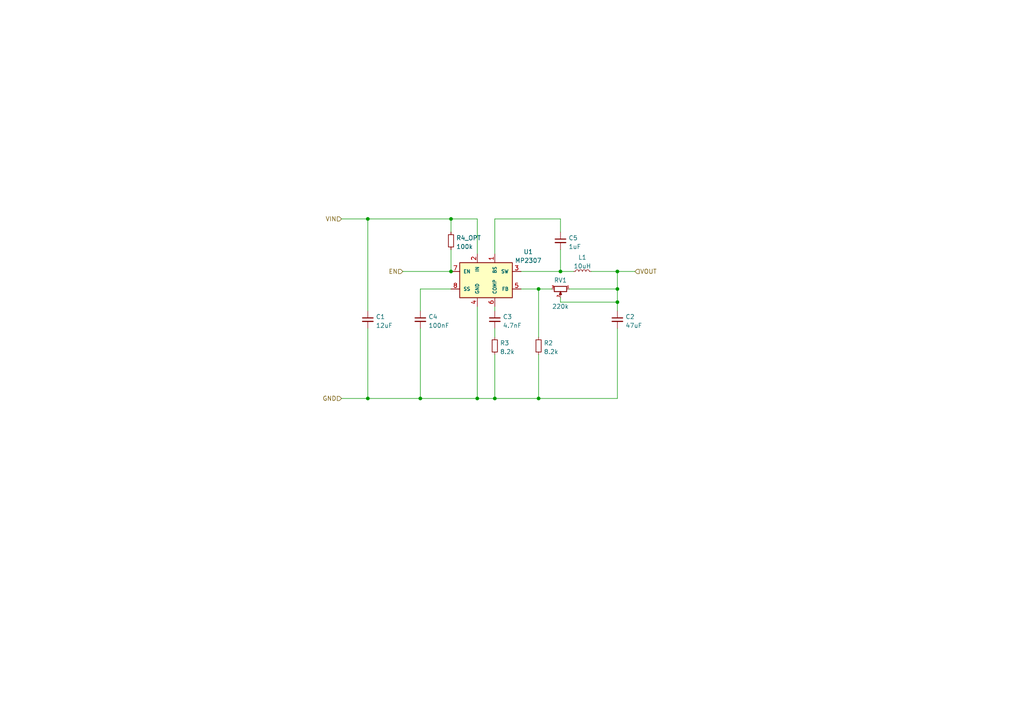
<source format=kicad_sch>
(kicad_sch (version 20211123) (generator eeschema)
  (paper "A4")
  (lib_symbols
    (symbol "Device:C_Small" (pin_numbers hide) (pin_names (offset 0.254) hide)
      (property "Reference" "C" (at 0.254 1.778 0))
      (property "Value" "C_Small" (at 0.254 -2.032 0))
      (symbol "C_Small_0_1"
        (polyline (pts (xy -1.524 -0.508) (xy 1.524 -0.508)) (stroke (width 0.3302)))
        (polyline (pts (xy -1.524 0.508) (xy 1.524 0.508)) (stroke (width 0.3048)))
      )
      (symbol "C_Small_1_1"
        (pin passive line (at 0 2.54 270) (length 2.032) (name "~") (number "1"))
        (pin passive line (at 0 -2.54 90) (length 2.032) (name "~") (number "2"))
      )
    )
    (symbol "Device:L_Small" (pin_numbers hide) (pin_names (offset 0.254) hide)
      (property "Reference" "L" (at 0.762 1.016 0))
      (property "Value" "L_Small" (at 0.762 -1.016 0))
      (symbol "L_Small_0_1"
        (arc (start 0 -2.032) (mid 0.508 -1.524) (end 0 -1.016))
        (arc (start 0 -1.016) (mid 0.508 -0.508) (end 0 0))
        (arc (start 0 0) (mid 0.508 0.508) (end 0 1.016))
        (arc (start 0 1.016) (mid 0.508 1.524) (end 0 2.032))
      )
      (symbol "L_Small_1_1"
        (pin passive line (at 0 2.54 270) (length 0.508) (name "~") (number "1"))
        (pin passive line (at 0 -2.54 90) (length 0.508) (name "~") (number "2"))
      )
    )
    (symbol "Device:R_Potentiometer_Small" (pin_names (offset 1.016) hide)
      (property "Reference" "RV" (at -4.445 0 90))
      (property "Value" "R_Potentiometer_Small" (at -2.54 0 90))
      (symbol "R_Potentiometer_Small_0_1"
        (polyline (pts (xy 0.889 0) (xy 0.635 0) (xy 1.651 0.381) (xy 1.651 -0.381) (xy 0.635 0) (xy 0.889 0)) (fill (type outline)))
        (rectangle (start 0.762 1.8034) (end -0.762 -1.8034) (stroke (width 0.254)))
      )
      (symbol "R_Potentiometer_Small_1_1"
        (pin passive line (at 0 2.54 270) (length 0.635) (name "1") (number "1"))
        (pin passive line (at 2.54 0 180) (length 0.9906) (name "2") (number "2"))
        (pin passive line (at 0 -2.54 90) (length 0.635) (name "3") (number "3"))
      )
    )
    (symbol "Device:R_Small" (pin_numbers hide) (pin_names (offset 0.254) hide)
      (property "Reference" "R" (at 0.762 0.508 0))
      (property "Value" "R_Small" (at 0.762 -1.016 0))
      (symbol "R_Small_0_1"
        (rectangle (start -0.762 1.778) (end 0.762 -1.778) (stroke (width 0.2032)))
      )
      (symbol "R_Small_1_1"
        (pin passive line (at 0 2.54 270) (length 0.762) (name "~") (number "1"))
        (pin passive line (at 0 -2.54 90) (length 0.762) (name "~") (number "2"))
      )
    )
    (symbol "mp2307:MP2307" (pin_names (offset 1.016))
      (property "Reference" "U" (at -7.62 8.89 0))
      (property "Value" "MP2307" (at -12.7 6.35 0))
      (symbol "MP2307_0_1"
        (rectangle (start -7.62 5.08) (end 7.62 -5.08) (stroke (width 0.254)) (fill (type background)))
      )
      (symbol "MP2307_1_1"
        (pin input line (at 2.54 7.62 270) (length 2.54) (name "BS") (number "1"))
        (pin power_in line (at -2.54 7.62 270) (length 2.54) (name "IN") (number "2"))
        (pin output line (at 10.16 2.54 180) (length 2.54) (name "SW") (number "3"))
        (pin power_in line (at -2.54 -7.62 90) (length 2.54) (name "GND") (number "4"))
        (pin input line (at 10.16 -2.54 180) (length 2.54) (name "FB") (number "5"))
        (pin input line (at 2.54 -7.62 90) (length 2.54) (name "COMP") (number "6"))
        (pin input line (at -10.16 2.54 0) (length 2.54) (name "EN") (number "7"))
        (pin input line (at -10.16 -2.54 0) (length 2.54) (name "SS") (number "8"))
      )
    )
  )
  (junction (at 156.21 115.57))
  (junction (at 130.81 63.5))
  (junction (at 179.07 78.74))
  (junction (at 138.43 115.57))
  (junction (at 106.68 63.5))
  (junction (at 179.07 87.63))
  (junction (at 179.07 83.82))
  (junction (at 162.56 78.74))
  (junction (at 106.68 115.57))
  (junction (at 156.21 83.82))
  (junction (at 143.51 115.57))
  (junction (at 130.81 78.74))
  (junction (at 121.92 115.57))
  (wire (pts (xy 162.56 87.63) (xy 179.07 87.63)))
  (wire (pts (xy 138.43 115.57) (xy 143.51 115.57)))
  (wire (pts (xy 162.56 72.39) (xy 162.56 78.74)))
  (wire (pts (xy 179.07 95.25) (xy 179.07 115.57)))
  (wire (pts (xy 99.06 115.57) (xy 106.68 115.57)))
  (wire (pts (xy 179.07 78.74) (xy 184.15 78.74)))
  (wire (pts (xy 121.92 115.57) (xy 138.43 115.57)))
  (wire (pts (xy 156.21 83.82) (xy 156.21 97.79)))
  (wire (pts (xy 179.07 87.63) (xy 179.07 90.17)))
  (wire (pts (xy 121.92 95.25) (xy 121.92 115.57)))
  (wire (pts (xy 121.92 83.82) (xy 130.81 83.82)))
  (wire (pts (xy 121.92 90.17) (xy 121.92 83.82)))
  (wire (pts (xy 156.21 115.57) (xy 143.51 115.57)))
  (wire (pts (xy 156.21 102.87) (xy 156.21 115.57)))
  (wire (pts (xy 106.68 95.25) (xy 106.68 115.57)))
  (wire (pts (xy 99.06 63.5) (xy 106.68 63.5)))
  (wire (pts (xy 179.07 78.74) (xy 179.07 83.82)))
  (wire (pts (xy 143.51 63.5) (xy 162.56 63.5)))
  (wire (pts (xy 179.07 115.57) (xy 156.21 115.57)))
  (wire (pts (xy 106.68 115.57) (xy 121.92 115.57)))
  (wire (pts (xy 130.81 63.5) (xy 130.81 67.31)))
  (wire (pts (xy 156.21 83.82) (xy 160.02 83.82)))
  (wire (pts (xy 130.81 72.39) (xy 130.81 78.74)))
  (wire (pts (xy 143.51 95.25) (xy 143.51 97.79)))
  (wire (pts (xy 143.51 73.66) (xy 143.51 63.5)))
  (wire (pts (xy 179.07 83.82) (xy 179.07 87.63)))
  (wire (pts (xy 162.56 78.74) (xy 151.13 78.74)))
  (wire (pts (xy 138.43 63.5) (xy 138.43 73.66)))
  (wire (pts (xy 162.56 63.5) (xy 162.56 67.31)))
  (wire (pts (xy 162.56 86.36) (xy 162.56 87.63)))
  (wire (pts (xy 171.45 78.74) (xy 179.07 78.74)))
  (wire (pts (xy 106.68 63.5) (xy 106.68 90.17)))
  (wire (pts (xy 138.43 88.9) (xy 138.43 115.57)))
  (wire (pts (xy 151.13 83.82) (xy 156.21 83.82)))
  (wire (pts (xy 165.1 83.82) (xy 179.07 83.82)))
  (wire (pts (xy 130.81 63.5) (xy 138.43 63.5)))
  (wire (pts (xy 143.51 115.57) (xy 143.51 102.87)))
  (wire (pts (xy 106.68 63.5) (xy 130.81 63.5)))
  (wire (pts (xy 162.56 78.74) (xy 166.37 78.74)))
  (wire (pts (xy 116.84 78.74) (xy 130.81 78.74)))
  (wire (pts (xy 143.51 88.9) (xy 143.51 90.17)))
  (hierarchical_label "GND" (shape input) (at 99.06 115.57 180))
  (hierarchical_label "VIN" (shape input) (at 99.06 63.5 180))
  (hierarchical_label "VOUT" (shape input) (at 184.15 78.74 0))
  (hierarchical_label "EN" (shape input) (at 116.84 78.74 180))
  (symbol (lib_id "Device:R_Potentiometer_Small") (at 162.56 83.82 270) (unit 1)
    (property "Reference" "RV1" (at 162.56 81.28 90))
    (property "Value" "220k" (at 162.56 88.9 90))
  )
  (symbol (lib_id "Device:R_Small") (at 156.21 100.33 0) (unit 1)
    (property "Reference" "R2" (at 157.7086 99.4953 0) (effects (justify left)))
    (property "Value" "8.2k" (at 157.7086 102.0322 0) (effects (justify left)))
  )
  (symbol (lib_id "Device:L_Small") (at 168.91 78.74 90) (unit 1)
    (property "Reference" "L1" (at 168.91 74.6592 90))
    (property "Value" "10uH" (at 168.91 77.1961 90))
  )
  (symbol (lib_id "Device:R_Small") (at 130.81 69.85 0) (unit 1)
    (property "Reference" "R4_OPT" (at 132.3086 69.0153 0) (effects (justify left)))
    (property "Value" "100k" (at 132.3086 71.5522 0) (effects (justify left)))
  )
  (symbol (lib_id "mp2307:MP2307") (at 140.97 81.28 0) (unit 1)
    (property "Reference" "U1" (at 153.2111 73.0335 0))
    (property "Value" "MP2307" (at 153.2111 75.5704 0))
    (property "Footprint" "kicad-libraries:SOP8" (effects hide))
  )
  (symbol (lib_id "Device:C_Small") (at 179.07 92.71 0) (unit 1)
    (property "Reference" "C2" (at 181.3941 91.8816 0) (effects (justify left)))
    (property "Value" "47uF" (at 181.3941 94.4185 0) (effects (justify left)))
  )
  (symbol (lib_id "Device:C_Small") (at 106.68 92.71 0) (unit 1)
    (property "Reference" "C1" (at 109.0041 91.8816 0) (effects (justify left)))
    (property "Value" "12uF" (at 109.0041 94.4185 0) (effects (justify left)))
  )
  (symbol (lib_id "Device:C_Small") (at 121.92 92.71 0) (unit 1)
    (property "Reference" "C4" (at 124.2441 91.8816 0) (effects (justify left)))
    (property "Value" "100nF" (at 124.2441 94.4185 0) (effects (justify left)))
  )
  (symbol (lib_id "Device:C_Small") (at 162.56 69.85 0) (unit 1)
    (property "Reference" "C5" (at 164.8841 69.0216 0) (effects (justify left)))
    (property "Value" "1uF" (at 164.8841 71.5585 0) (effects (justify left)))
  )
  (symbol (lib_id "Device:C_Small") (at 143.51 92.71 0) (unit 1)
    (property "Reference" "C3" (at 145.8341 91.8816 0) (effects (justify left)))
    (property "Value" "4.7nF" (at 145.8341 94.4185 0) (effects (justify left)))
  )
  (symbol (lib_id "Device:R_Small") (at 143.51 100.33 0) (unit 1)
    (property "Reference" "R3" (at 145.0086 99.4953 0) (effects (justify left)))
    (property "Value" "8.2k" (at 145.0086 102.0322 0) (effects (justify left)))
  )
)
</source>
